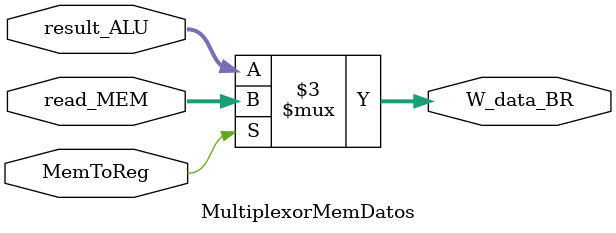
<source format=v>
module MultiplexorMemDatos (
	input [31:0] result_ALU,
	input [31:0] read_MEM,
	input MemToReg,
	output reg [31:0] W_data_BR
);

always @* begin
	if (MemToReg) begin
		W_data_BR <= read_MEM;
	end
	else begin
		W_data_BR <= result_ALU;
	end
end

endmodule


</source>
